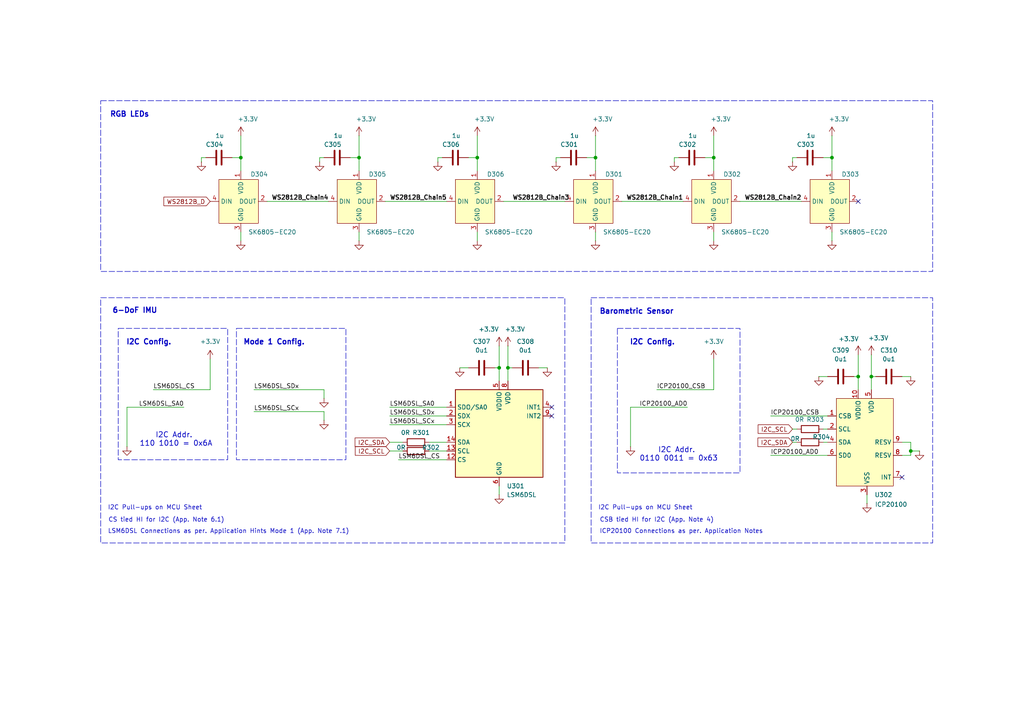
<source format=kicad_sch>
(kicad_sch (version 20231120) (generator "eeschema") (generator_version "8.0")
  (paper "A4")
  (title_block (title "BASM POCKETMUSEUM EDU V0") (date "2025-06-30"))
  (lib_symbols
    (symbol "Device:C" (pin_numbers hide) (pin_names (offset 0.254))
      (property "Reference" "C" (at 0.635 2.54 0))
      (property "Value" "C" (at 0.635 -2.54 0))
      (symbol "C_0_1"
        (polyline (pts (xy -2.032 -0.762) (xy 2.032 -0.762)) (stroke (width 0.508)))
        (polyline (pts (xy -2.032 0.762) (xy 2.032 0.762)) (stroke (width 0.508)))
      )
      (symbol "C_1_1"
        (pin passive line (at 0 3.81 270) (length 2.794) (name "~") (number "1"))
        (pin passive line (at 0 -3.81 90) (length 2.794) (name "~") (number "2"))
      )
    )
    (symbol "Device:R" (pin_numbers hide) (pin_names (offset 0))
      (property "Reference" "R" (at 2.032 0 90))
      (property "Value" "R" (at 0 0 90))
      (symbol "R_0_1"
        (rectangle (start -1.016 -2.54) (end 1.016 2.54) (stroke (width 0.254)))
      )
      (symbol "R_1_1"
        (pin passive line (at 0 3.81 270) (length 1.27) (name "~") (number "1"))
        (pin passive line (at 0 -3.81 90) (length 1.27) (name "~") (number "2"))
      )
    )
    (symbol "SK68xx:SK6805-EC20"
      (property "Reference" "U" (at 0 0 0))
      (symbol "SK6805-EC20_1_1"
        (rectangle (start -12.7 12.7) (end -1.27 0) (fill (type background)))
        (pin power_in line (at -6.35 15.24 270) (length 2.54) (name "VDD") (number "1"))
        (pin output line (at 1.27 6.35 180) (length 2.54) (name "DOUT") (number "2"))
        (pin power_in line (at -6.35 -2.54 90) (length 2.54) (name "GND") (number "3"))
        (pin input line (at -15.24 6.35 0) (length 2.54) (name "DIN") (number "4"))
      )
    )
    (symbol "Sensor_Motion:LSM6DSL"
      (property "Reference" "U" (at -11.43 15.24 0))
      (property "Value" "LSM6DSL" (at -11.43 12.7 0))
      (symbol "LSM6DSL_0_1"
        (rectangle (start -12.7 12.7) (end 12.7 -12.7) (stroke (width 0.254)) (fill (type background)))
      )
      (symbol "LSM6DSL_1_1"
        (pin bidirectional line (at -15.24 7.62 0) (length 2.54) (name "SDO/SA0") (number "1"))
        (pin no_connect line (at 12.7 -5.08 180) (length 3.81) hide (name "NC") (number "10"))
        (pin no_connect line (at 12.7 -2.54 180) (length 3.81) hide (name "NC") (number "11"))
        (pin input line (at -15.24 -7.62 0) (length 2.54) (name "CS") (number "12"))
        (pin input line (at -15.24 -5.08 0) (length 2.54) (name "SCL") (number "13"))
        (pin bidirectional line (at -15.24 -2.54 0) (length 2.54) (name "SDA") (number "14"))
        (pin bidirectional line (at -15.24 5.08 0) (length 2.54) (name "SDX") (number "2"))
        (pin input line (at -15.24 2.54 0) (length 2.54) (name "SCX") (number "3"))
        (pin output line (at 15.24 7.62 180) (length 2.54) (name "INT1") (number "4"))
        (pin power_in line (at 0 15.24 270) (length 2.54) (name "VDDIO") (number "5"))
        (pin power_in line (at 0 -15.24 90) (length 2.54) (name "GND") (number "6"))
        (pin passive line (at 0 -15.24 90) (length 2.54) hide (name "GND") (number "7"))
        (pin power_in line (at 2.54 15.24 270) (length 2.54) (name "VDD") (number "8"))
        (pin output line (at 15.24 5.08 180) (length 2.54) (name "INT2") (number "9"))
      )
    )
    (symbol "TDK:ICP-20100"
      (property "Reference" "U" (at 0 0 0))
      (symbol "ICP-20100_1_1"
        (rectangle (start -20.32 -2.54) (end -3.81 -27.94) (fill (type background)))
        (pin bidirectional line (at -22.86 -7.62 0) (length 2.54) (name "CSB") (number "1"))
        (pin power_in line (at -13.97 0 270) (length 2.54) (name "VDDIO") (number "10"))
        (pin bidirectional line (at -22.86 -11.43 0) (length 2.54) (name "SCL") (number "2"))
        (pin power_in line (at -11.43 -30.48 90) (length 2.54) (name "VSS") (number "3"))
        (pin bidirectional line (at -22.86 -15.24 0) (length 2.54) (name "SDA") (number "4"))
        (pin power_in line (at -10.16 0 270) (length 2.54) (name "VDD") (number "5"))
        (pin bidirectional line (at -22.86 -19.05 0) (length 2.54) (name "SD0") (number "6"))
        (pin output line (at -1.27 -25.4 180) (length 2.54) (name "INT") (number "7"))
        (pin power_in line (at -1.27 -19.05 180) (length 2.54) (name "RESV") (number "8"))
        (pin power_in line (at -1.27 -15.24 180) (length 2.54) (name "RESV") (number "9"))
      )
    )
    (symbol "power:+3.3V" (power) (pin_numbers hide) (pin_names (offset 0) hide)
      (property "Value" "+3.3V" (at 0 3.556 0))
      (symbol "+3.3V_0_1"
        (polyline (pts (xy -0.762 1.27) (xy 0 2.54)))
        (polyline (pts (xy 0 0) (xy 0 2.54)))
        (polyline (pts (xy 0 2.54) (xy 0.762 1.27)))
      )
      (symbol "+3.3V_1_1"
        (pin power_in line (at 0 0 90) (length 0) (name "~") (number "1"))
      )
    )
    (symbol "power:GND" (power) (pin_numbers hide) (pin_names (offset 0) hide)
      (property "Value" "GND" (at 0 -3.81 0))
      (symbol "GND_0_1"
        (polyline (pts (xy 0 0) (xy 0 -1.27) (xy 1.27 -1.27) (xy 0 -2.54) (xy -1.27 -1.27) (xy 0 -1.27)))
      )
      (symbol "GND_1_1"
        (pin power_in line (at 0 0 270) (length 0) (name "~") (number "1"))
      )
    )
  )
  (junction (at 241.3 45.72))
  (junction (at 69.85 45.72))
  (junction (at 147.32 106.68))
  (junction (at 207.01 45.72))
  (junction (at 172.72 45.72))
  (junction (at 252.73 109.22))
  (junction (at 104.14 45.72))
  (junction (at 248.92 109.22))
  (junction (at 144.78 106.68))
  (junction (at 138.43 45.72))
  (junction (at 264.16 130.81))
  (no_connect (at 248.92 58.42))
  (no_connect (at 160.02 120.65))
  (no_connect (at 160.02 118.11))
  (no_connect (at 261.62 138.43))
  (wire (pts (xy 60.96 113.03) (xy 60.96 104.14)))
  (wire (pts (xy 214.63 58.42) (xy 232.41 58.42)))
  (wire (pts (xy 207.01 45.72) (xy 207.01 39.37)))
  (wire (pts (xy 223.52 120.65) (xy 240.03 120.65)))
  (wire (pts (xy 264.16 128.27) (xy 261.62 128.27)))
  (wire (pts (xy 127 45.72) (xy 127 46.99)))
  (wire (pts (xy 59.69 45.72) (xy 58.42 45.72)))
  (wire (pts (xy 252.73 109.22) (xy 252.73 113.03)))
  (wire (pts (xy 264.16 130.81) (xy 266.7 130.81)))
  (wire (pts (xy 147.32 106.68) (xy 147.32 110.49)))
  (wire (pts (xy 252.73 102.87) (xy 252.73 109.22)))
  (wire (pts (xy 135.89 45.72) (xy 138.43 45.72)))
  (wire (pts (xy 161.29 45.72) (xy 161.29 46.99)))
  (wire (pts (xy 229.87 124.46) (xy 231.14 124.46)))
  (wire (pts (xy 138.43 45.72) (xy 138.43 39.37)))
  (wire (pts (xy 138.43 45.72) (xy 138.43 49.53)))
  (wire (pts (xy 247.65 109.22) (xy 248.92 109.22)))
  (wire (pts (xy 104.14 67.31) (xy 104.14 69.85)))
  (wire (pts (xy 73.66 119.38) (xy 93.98 119.38)))
  (wire (pts (xy 147.32 106.68) (xy 148.59 106.68)))
  (wire (pts (xy 69.85 67.31) (xy 69.85 69.85)))
  (wire (pts (xy 115.57 133.35) (xy 129.54 133.35)))
  (wire (pts (xy 162.56 45.72) (xy 161.29 45.72)))
  (wire (pts (xy 111.76 58.42) (xy 129.54 58.42)))
  (wire (pts (xy 73.66 113.03) (xy 93.98 113.03)))
  (wire (pts (xy 241.3 45.72) (xy 241.3 49.53)))
  (wire (pts (xy 261.62 132.08) (xy 264.16 132.08)))
  (wire (pts (xy 241.3 67.31) (xy 241.3 69.85)))
  (wire (pts (xy 138.43 67.31) (xy 138.43 69.85)))
  (wire (pts (xy 238.76 45.72) (xy 241.3 45.72)))
  (wire (pts (xy 261.62 109.22) (xy 264.16 109.22)))
  (wire (pts (xy 58.42 45.72) (xy 58.42 46.99)))
  (wire (pts (xy 264.16 130.81) (xy 264.16 128.27)))
  (wire (pts (xy 69.85 45.72) (xy 69.85 39.37)))
  (wire (pts (xy 172.72 45.72) (xy 172.72 39.37)))
  (wire (pts (xy 36.83 118.11) (xy 53.34 118.11)))
  (wire (pts (xy 248.92 102.87) (xy 248.92 109.22)))
  (wire (pts (xy 128.27 45.72) (xy 127 45.72)))
  (wire (pts (xy 172.72 67.31) (xy 172.72 69.85)))
  (wire (pts (xy 207.01 45.72) (xy 207.01 49.53)))
  (wire (pts (xy 113.03 130.81) (xy 116.84 130.81)))
  (wire (pts (xy 124.46 130.81) (xy 129.54 130.81)))
  (wire (pts (xy 77.47 58.42) (xy 95.25 58.42)))
  (wire (pts (xy 182.88 118.11) (xy 199.39 118.11)))
  (wire (pts (xy 144.78 106.68) (xy 144.78 110.49)))
  (wire (pts (xy 147.32 100.33) (xy 147.32 106.68)))
  (wire (pts (xy 93.98 115.57) (xy 93.98 113.03)))
  (wire (pts (xy 223.52 132.08) (xy 240.03 132.08)))
  (wire (pts (xy 237.49 109.22) (xy 240.03 109.22)))
  (wire (pts (xy 93.98 45.72) (xy 92.71 45.72)))
  (wire (pts (xy 124.46 128.27) (xy 129.54 128.27)))
  (wire (pts (xy 67.31 45.72) (xy 69.85 45.72)))
  (wire (pts (xy 92.71 45.72) (xy 92.71 46.99)))
  (wire (pts (xy 229.87 45.72) (xy 229.87 46.99)))
  (wire (pts (xy 182.88 118.11) (xy 182.88 129.54)))
  (wire (pts (xy 248.92 109.22) (xy 248.92 113.03)))
  (wire (pts (xy 207.01 67.31) (xy 207.01 69.85)))
  (wire (pts (xy 238.76 124.46) (xy 240.03 124.46)))
  (wire (pts (xy 101.6 45.72) (xy 104.14 45.72)))
  (wire (pts (xy 195.58 45.72) (xy 195.58 46.99)))
  (wire (pts (xy 113.03 123.19) (xy 129.54 123.19)))
  (wire (pts (xy 238.76 128.27) (xy 240.03 128.27)))
  (wire (pts (xy 251.46 146.05) (xy 251.46 143.51)))
  (wire (pts (xy 93.98 121.92) (xy 93.98 119.38)))
  (wire (pts (xy 180.34 58.42) (xy 198.12 58.42)))
  (wire (pts (xy 231.14 45.72) (xy 229.87 45.72)))
  (wire (pts (xy 113.03 128.27) (xy 116.84 128.27)))
  (wire (pts (xy 252.73 109.22) (xy 254 109.22)))
  (wire (pts (xy 156.21 106.68) (xy 158.75 106.68)))
  (wire (pts (xy 104.14 45.72) (xy 104.14 39.37)))
  (wire (pts (xy 133.35 106.68) (xy 135.89 106.68)))
  (wire (pts (xy 69.85 45.72) (xy 69.85 49.53)))
  (wire (pts (xy 196.85 45.72) (xy 195.58 45.72)))
  (wire (pts (xy 204.47 45.72) (xy 207.01 45.72)))
  (wire (pts (xy 146.05 58.42) (xy 163.83 58.42)))
  (wire (pts (xy 144.78 100.33) (xy 144.78 106.68)))
  (wire (pts (xy 144.78 140.97) (xy 144.78 143.51)))
  (wire (pts (xy 36.83 118.11) (xy 36.83 129.54)))
  (wire (pts (xy 172.72 45.72) (xy 172.72 49.53)))
  (wire (pts (xy 229.87 128.27) (xy 231.14 128.27)))
  (wire (pts (xy 60.96 113.03) (xy 44.45 113.03)))
  (wire (pts (xy 264.16 132.08) (xy 264.16 130.81)))
  (wire (pts (xy 104.14 45.72) (xy 104.14 49.53)))
  (wire (pts (xy 113.03 120.65) (xy 129.54 120.65)))
  (wire (pts (xy 241.3 45.72) (xy 241.3 39.37)))
  (wire (pts (xy 113.03 118.11) (xy 129.54 118.11)))
  (wire (pts (xy 207.01 113.03) (xy 207.01 104.14)))
  (wire (pts (xy 207.01 113.03) (xy 190.5 113.03)))
  (wire (pts (xy 143.51 106.68) (xy 144.78 106.68)))
  (wire (pts (xy 170.18 45.72) (xy 172.72 45.72)))
  (rectangle (start 34.29 95.25) (end 66.04 133.35) (stroke (width 0) (type dash)))
  (rectangle (start 68.58 95.25) (end 100.33 133.35) (stroke (width 0) (type dash)))
  (rectangle (start 179.07 95.25) (end 214.63 137.16) (stroke (width 0) (type dash)))
  (rectangle (start 29.21 86.36) (end 163.83 157.48) (stroke (width 0) (type dash)))
  (rectangle (start 29.21 29.21) (end 270.51 78.74) (stroke (width 0) (type dash)))
  (rectangle (start 171.45 86.36) (end 270.51 157.48) (stroke (width 0) (type dash)))
  (text "CS tied HI for I2C (App. Note 6.1)" (at 48.26 150.876 0) (effects (font (size 1.27 1.27))))
  (text "I2C Config." (at 43.18 99.314 0) (effects (font (size 1.524 1.524) (thickness 0.3048) (bold yes))))
  (text "I2C Addr. \n0110 0011 = 0x63" (at 196.85 131.826 0) (effects (font (size 1.524 1.524) (thickness 0.1905))))
  (text "CSB tied HI for I2C (App. Note 4)" (at 190.5 150.876 0) (effects (font (size 1.27 1.27))))
  (text "ICP20100 Connections as per. Application Notes" (at 197.612 154.178 0) (effects (font (size 1.27 1.27))))
  (text "Barometric Sensor" (at 184.658 90.424 0) (effects (font (size 1.524 1.524) (thickness 0.3048) (bold yes))))
  (text "I2C Pull-ups on MCU Sheet" (at 44.958 147.32 0) (effects (font (size 1.27 1.27))))
  (text "I2C Config." (at 189.23 99.314 0) (effects (font (size 1.524 1.524) (thickness 0.3048) (bold yes))))
  (text "Mode 1 Config." (at 79.502 99.314 0) (effects (font (size 1.524 1.524) (thickness 0.3048) (bold yes))))
  (text "RGB LEDs" (at 37.592 33.274 0) (effects (font (size 1.524 1.524) (thickness 0.3048) (bold yes))))
  (text "I2C Addr. \n110 1010 = 0x6A" (at 51.054 127.508 0) (effects (font (size 1.524 1.524) (thickness 0.1905))))
  (text "6-DoF IMU" (at 39.116 90.17 0) (effects (font (size 1.524 1.524) (thickness 0.3048) (bold yes))))
  (text "I2C Pull-ups on MCU Sheet" (at 187.198 147.32 0) (effects (font (size 1.27 1.27))))
  (text "LSM6DSL Connections as per. Application Hints Mode 1 (App. Note 7.1)" (at 66.294 154.178 0) (effects (font (size 1.27 1.27))))
  (label "ICP20100_CSB" (at 190.5 113.03 0))
  (label "LSM6DSL_CS" (at 115.57 133.35 0))
  (label "LSM6DSL_SCx" (at 73.66 119.38 0))
  (label "LSM6DSL_SDx" (at 73.66 113.03 0))
  (label "LSM6DSL_CS" (at 44.45 113.03 0))
  (label "ICP20100_CSB" (at 223.52 120.65 0))
  (label "WS2812B_Chain1" (at 181.61 58.42 0) (effects (font (thickness 0.254) (bold yes))))
  (label "LSM6DSL_SCx" (at 113.03 123.19 0))
  (label "WS2812B_Chain5" (at 113.03 58.42 0) (effects (font (thickness 0.254) (bold yes))))
  (label "LSM6DSL_SA0" (at 53.34 118.11 180))
  (label "LSM6DSL_SDx" (at 113.03 120.65 0))
  (label "LSM6DSL_SA0" (at 113.03 118.11 0))
  (label "ICP20100_AD0" (at 223.52 132.08 0))
  (label "WS2812B_Chain4" (at 78.74 58.42 0) (effects (font (thickness 0.254) (bold yes))))
  (label "WS2812B_Chain3" (at 148.59 58.42 0) (effects (font (thickness 0.254) (bold yes))))
  (label "ICP20100_AD0" (at 199.39 118.11 180))
  (label "WS2812B_Chain2" (at 215.9 58.42 0) (effects (font (thickness 0.254) (bold yes))))
  (global_label "I2C_SCL" (shape input) (at 113.03 130.81 180) (property "Intersheetrefs" "${INTERSHEET_REFS}" (effects (hide yes))))
  (global_label "I2C_SDA" (shape input) (at 229.87 128.27 180) (property "Intersheetrefs" "${INTERSHEET_REFS}" (effects (hide yes))))
  (global_label "WS2812B_D" (shape input) (at 60.96 58.42 180) (property "Intersheetrefs" "${INTERSHEET_REFS}" (effects (hide yes))))
  (global_label "I2C_SCL" (shape input) (at 229.87 124.46 180) (property "Intersheetrefs" "${INTERSHEET_REFS}" (effects (hide yes))))
  (global_label "I2C_SDA" (shape input) (at 113.03 128.27 180) (property "Intersheetrefs" "${INTERSHEET_REFS}" (effects (hide yes))))
  (symbol (lib_id "power:+3.3V") (at 144.78 100.33 0) (unit 1)
    (property "Reference" "#PWR053" (effects (hide yes)))
    (property "Value" "+3.3V" (at 141.732 95.504 0))
    (property "Description" "Power symbol creates a global label with name \"+3.3V\"" (effects (hide yes)))
  )
  (symbol (lib_id "Device:C") (at 63.5 45.72 90) (unit 1)
    (property "Reference" "C304" (at 64.77 41.91 90) (effects (justify left)))
    (property "Value" "1u" (at 65.024 39.37 90) (effects (justify left)))
    (property "Footprint" "Capacitor_SMD:C_0402_1005Metric" (effects (hide yes)))
    (property "Description" "Unpolarized capacitor" (effects (hide yes)))
    (property "JLCPCB Link" "https://jlcpcb.com/partdetail/15107-CL05A105KP5NNNC/C14445" (effects (hide yes)))
    (property "Manufacturer" "Samsung Electro-Mechanics " (effects (hide yes)))
    (property "Manufacturer P/N" "CL05A105KP5NNNC" (effects (hide yes)))
  )
  (symbol (lib_id "Device:R") (at 234.95 124.46 270) (unit 1)
    (property "Reference" "R303" (at 236.474 121.666 90))
    (property "Value" "0R" (at 231.902 121.666 90))
    (property "Footprint" "Resistor_SMD:R_0603_1608Metric" (effects (hide yes)))
    (property "Description" "Resistor" (effects (hide yes)))
    (property "JLCPCB Link" "https://jlcpcb.com/partdetail/16080-0603WAJ0000T5E/C15402" (effects (hide yes)))
    (property "Manufacturer" "UNI-ROYAL(Uniroyal Elec) " (effects (hide yes)))
    (property "Manufacturer P/N" "0603WAJ0000T5E" (effects (hide yes)))
  )
  (symbol (lib_id "power:GND") (at 93.98 115.57 0) (mirror y) (unit 1)
    (property "Reference" "#PWR045" (effects (hide yes)))
    (property "Value" "GND" (effects (hide yes)))
    (property "Description" "Power symbol creates a global label with name \"GND\" , ground" (effects (hide yes)))
  )
  (symbol (lib_id "SK68xx:SK6805-EC20") (at 247.65 64.77 0) (unit 1)
    (property "Reference" "D303" (at 246.634 50.546 0))
    (property "Value" "SK6805-EC20" (at 250.444 67.31 0))
    (property "Footprint" "SK_RGB:SK68xx-EC20" (effects (hide yes)))
    (property "Datasheet" "http://www.normandled.com/upload/201906/EC20-6812(SK6812-2020)%20LED%20Datasheet.pdf" (effects (hide yes)))
    (property "JLCPCB Link" "https://jlcpcb.com/partdetail/OpscoOptoelectronics-SK6805EC20/C2890036" (effects (hide yes)))
    (property "Manufacturer" "OPSCO Optoelectronics " (effects (hide yes)))
    (property "Manufacturer P/N" "SK6805-EC20" (effects (hide yes)))
  )
  (symbol (lib_id "Device:C") (at 243.84 109.22 270) (unit 1)
    (property "Reference" "C309" (at 243.84 101.6 90))
    (property "Value" "0u1" (at 243.84 104.14 90))
    (property "Footprint" "Capacitor_SMD:C_0402_1005Metric" (effects (hide yes)))
    (property "Description" "Unpolarized capacitor" (effects (hide yes)))
    (property "JLCPCB Link" "https://jlcpcb.com/partdetail/1877-CL05B104KO5NNNC/C1525" (effects (hide yes)))
    (property "Manufacturer" "Samsung Electro-Mechanics " (effects (hide yes)))
    (property "Manufacturer P/N" "CL05B104KO5NNNC" (effects (hide yes)))
  )
  (symbol (lib_id "power:+3.3V") (at 138.43 39.37 0) (unit 1)
    (property "Reference" "#PWR066" (effects (hide yes)))
    (property "Value" "+3.3V" (at 140.462 34.544 0))
    (property "Description" "Power symbol creates a global label with name \"+3.3V\"" (effects (hide yes)))
  )
  (symbol (lib_id "power:GND") (at 144.78 143.51 0) (unit 1)
    (property "Reference" "#PWR054" (effects (hide yes)))
    (property "Value" "GND" (effects (hide yes)))
    (property "Description" "Power symbol creates a global label with name \"GND\" , ground" (effects (hide yes)))
  )
  (symbol (lib_id "power:GND") (at 69.85 69.85 0) (unit 1)
    (property "Reference" "#PWR059" (effects (hide yes)))
    (property "Value" "GND" (effects (hide yes)))
    (property "Description" "Power symbol creates a global label with name \"GND\" , ground" (effects (hide yes)))
  )
  (symbol (lib_id "Sensor_Motion:LSM6DSL") (at 144.78 125.73 0) (unit 1)
    (property "Reference" "U301" (at 146.9741 140.97 0) (effects (justify left)))
    (property "Value" "LSM6DSL" (at 146.9741 143.51 0) (effects (justify left)))
    (property "Footprint" "Package_LGA:LGA-14_3x2.5mm_P0.5mm_LayoutBorder3x4y" (effects (hide yes)))
    (property "Datasheet" "https://www.google.com/url?sa=t&source=web&rct=j&opi=89978449&url=https://www.st.com/resource/en/datasheet/lsm6dsl.pdf&ved=2ahUKEwiUu6j1tP2MAxWb2AIHHcE7DHAQFnoECA0QAQ&usg=AOvVaw2r_2ybK2prF7He1HXx3VHU" (effects (hide yes)))
    (property "Description" "I2C/SPI, iNEMO inertial module: always-on 3D accelerometer and 3D gyroscope, 1.71V to 3.6V VCC" (effects (hide yes)))
    (property "JLCPCB Link" "https://jlcpcb.com/partdetail/Stmicroelectronics-LSM6DSLTR/C126672" (effects (hide yes)))
    (property "Manufacturer" "STMicroelectronics " (effects (hide yes)))
    (property "Manufacturer P/N" "LSM6DSLTR" (effects (hide yes)))
  )
  (symbol (lib_id "SK68xx:SK6805-EC20") (at 144.78 64.77 0) (unit 1)
    (property "Reference" "D306" (at 143.764 50.546 0))
    (property "Value" "SK6805-EC20" (at 147.574 67.31 0))
    (property "Footprint" "SK_RGB:SK68xx-EC20" (effects (hide yes)))
    (property "Datasheet" "http://www.normandled.com/upload/201906/EC20-6812(SK6812-2020)%20LED%20Datasheet.pdf" (effects (hide yes)))
    (property "JLCPCB Link" "https://jlcpcb.com/partdetail/OpscoOptoelectronics-SK6805EC20/C2890036" (effects (hide yes)))
    (property "Manufacturer" "OPSCO Optoelectronics " (effects (hide yes)))
    (property "Manufacturer P/N" "SK6805-EC20" (effects (hide yes)))
  )
  (symbol (lib_id "Device:R") (at 120.65 128.27 270) (unit 1)
    (property "Reference" "R301" (at 122.174 125.476 90))
    (property "Value" "0R" (at 117.602 125.476 90))
    (property "Footprint" "Resistor_SMD:R_0603_1608Metric" (effects (hide yes)))
    (property "Description" "Resistor" (effects (hide yes)))
    (property "JLCPCB Link" "https://jlcpcb.com/partdetail/16080-0603WAJ0000T5E/C15402" (effects (hide yes)))
    (property "Manufacturer" "UNI-ROYAL(Uniroyal Elec) " (effects (hide yes)))
    (property "Manufacturer P/N" "0603WAJ0000T5E" (effects (hide yes)))
  )
  (symbol (lib_id "power:+3.3V") (at 252.73 102.87 0) (unit 1)
    (property "Reference" "#PWR071" (effects (hide yes)))
    (property "Value" "+3.3V" (at 254.762 98.044 0))
    (property "Description" "Power symbol creates a global label with name \"+3.3V\"" (effects (hide yes)))
  )
  (symbol (lib_id "power:+3.3V") (at 69.85 39.37 0) (unit 1)
    (property "Reference" "#PWR058" (effects (hide yes)))
    (property "Value" "+3.3V" (at 71.882 34.544 0))
    (property "Description" "Power symbol creates a global label with name \"+3.3V\"" (effects (hide yes)))
  )
  (symbol (lib_id "SK68xx:SK6805-EC20") (at 76.2 64.77 0) (unit 1)
    (property "Reference" "D304" (at 75.184 50.546 0))
    (property "Value" "SK6805-EC20" (at 78.994 67.31 0))
    (property "Footprint" "SK_RGB:SK68xx-EC20" (effects (hide yes)))
    (property "Datasheet" "http://www.normandled.com/upload/201906/EC20-6812(SK6812-2020)%20LED%20Datasheet.pdf" (effects (hide yes)))
    (property "JLCPCB Link" "https://jlcpcb.com/partdetail/OpscoOptoelectronics-SK6805EC20/C2890036" (effects (hide yes)))
    (property "Manufacturer" "OPSCO Optoelectronics " (effects (hide yes)))
    (property "Manufacturer P/N" "SK6805-EC20" (effects (hide yes)))
  )
  (symbol (lib_id "power:GND") (at 264.16 109.22 0) (unit 1)
    (property "Reference" "#PWR072" (effects (hide yes)))
    (property "Value" "GND" (effects (hide yes)))
    (property "Description" "Power symbol creates a global label with name \"GND\" , ground" (effects (hide yes)))
  )
  (symbol (lib_id "Device:C") (at 234.95 45.72 90) (unit 1)
    (property "Reference" "C303" (at 236.22 41.91 90) (effects (justify left)))
    (property "Value" "1u" (at 236.474 39.37 90) (effects (justify left)))
    (property "Footprint" "Capacitor_SMD:C_0402_1005Metric" (effects (hide yes)))
    (property "Description" "Unpolarized capacitor" (effects (hide yes)))
    (property "JLCPCB Link" "https://jlcpcb.com/partdetail/15107-CL05A105KP5NNNC/C14445" (effects (hide yes)))
    (property "Manufacturer" "Samsung Electro-Mechanics " (effects (hide yes)))
    (property "Manufacturer P/N" "CL05A105KP5NNNC" (effects (hide yes)))
  )
  (symbol (lib_id "power:GND") (at 58.42 46.99 0) (unit 1)
    (property "Reference" "#PWR056" (effects (hide yes)))
    (property "Value" "GND" (effects (hide yes)))
    (property "Description" "Power symbol creates a global label with name \"GND\" , ground" (effects (hide yes)))
  )
  (symbol (lib_id "power:GND") (at 229.87 46.99 0) (unit 1)
    (property "Reference" "#PWR049" (effects (hide yes)))
    (property "Value" "GND" (effects (hide yes)))
    (property "Description" "Power symbol creates a global label with name \"GND\" , ground" (effects (hide yes)))
  )
  (symbol (lib_id "power:+3.3V") (at 172.72 39.37 0) (unit 1)
    (property "Reference" "#PWR041" (effects (hide yes)))
    (property "Value" "+3.3V" (at 174.752 34.544 0))
    (property "Description" "Power symbol creates a global label with name \"+3.3V\"" (effects (hide yes)))
  )
  (symbol (lib_id "power:GND") (at 127 46.99 0) (unit 1)
    (property "Reference" "#PWR065" (effects (hide yes)))
    (property "Value" "GND" (effects (hide yes)))
    (property "Description" "Power symbol creates a global label with name \"GND\" , ground" (effects (hide yes)))
  )
  (symbol (lib_id "power:GND") (at 93.98 121.92 0) (mirror y) (unit 1)
    (property "Reference" "#PWR046" (effects (hide yes)))
    (property "Value" "GND" (effects (hide yes)))
    (property "Description" "Power symbol creates a global label with name \"GND\" , ground" (effects (hide yes)))
  )
  (symbol (lib_id "TDK:ICP-20100") (at 262.89 113.03 0) (unit 1)
    (property "Reference" "U302" (at 253.6541 143.51 0) (effects (justify left)))
    (property "Value" "ICP20100" (at 253.746 146.304 0) (effects (justify left)))
    (property "Footprint" "Package_LGA:ST_HLGA-10_2x2mm_P0.5mm_LayoutBorder3x2y" (effects (hide yes)))
    (property "Datasheet" "https://invensense.tdk.com/download-pdf/icp-20100-datasheet/" (effects (hide yes)))
    (property "JLCPCB Link" "https://jlcpcb.com/partdetail/TdkInvensense-ICP20100/C5343527" (effects (hide yes)))
    (property "Manufacturer" "TDK InvenSense " (effects (hide yes)))
    (property "Manufacturer P/N" "ICP-20100" (effects (hide yes)))
  )
  (symbol (lib_id "SK68xx:SK6805-EC20") (at 213.36 64.77 0) (unit 1)
    (property "Reference" "D302" (at 212.344 50.546 0))
    (property "Value" "SK6805-EC20" (at 216.154 67.31 0))
    (property "Footprint" "SK_RGB:SK68xx-EC20" (effects (hide yes)))
    (property "Datasheet" "http://www.normandled.com/upload/201906/EC20-6812(SK6812-2020)%20LED%20Datasheet.pdf" (effects (hide yes)))
    (property "JLCPCB Link" "https://jlcpcb.com/partdetail/OpscoOptoelectronics-SK6805EC20/C2890036" (effects (hide yes)))
    (property "Manufacturer" "OPSCO Optoelectronics " (effects (hide yes)))
    (property "Manufacturer P/N" "SK6805-EC20" (effects (hide yes)))
  )
  (symbol (lib_id "power:+3.3V") (at 241.3 39.37 0) (unit 1)
    (property "Reference" "#PWR050" (effects (hide yes)))
    (property "Value" "+3.3V" (at 243.332 34.544 0))
    (property "Description" "Power symbol creates a global label with name \"+3.3V\"" (effects (hide yes)))
  )
  (symbol (lib_id "power:+3.3V") (at 248.92 102.87 0) (unit 1)
    (property "Reference" "#PWR069" (effects (hide yes)))
    (property "Value" "+3.3V" (at 246.126 98.298 0))
    (property "Description" "Power symbol creates a global label with name \"+3.3V\"" (effects (hide yes)))
  )
  (symbol (lib_id "power:GND") (at 104.14 69.85 0) (unit 1)
    (property "Reference" "#PWR063" (effects (hide yes)))
    (property "Value" "GND" (effects (hide yes)))
    (property "Description" "Power symbol creates a global label with name \"GND\" , ground" (effects (hide yes)))
  )
  (symbol (lib_id "Device:C") (at 132.08 45.72 90) (unit 1)
    (property "Reference" "C306" (at 133.35 41.91 90) (effects (justify left)))
    (property "Value" "1u" (at 133.604 39.37 90) (effects (justify left)))
    (property "Footprint" "Capacitor_SMD:C_0402_1005Metric" (effects (hide yes)))
    (property "Description" "Unpolarized capacitor" (effects (hide yes)))
    (property "JLCPCB Link" "https://jlcpcb.com/partdetail/15107-CL05A105KP5NNNC/C14445" (effects (hide yes)))
    (property "Manufacturer" "Samsung Electro-Mechanics " (effects (hide yes)))
    (property "Manufacturer P/N" "CL05A105KP5NNNC" (effects (hide yes)))
  )
  (symbol (lib_id "SK68xx:SK6805-EC20") (at 110.49 64.77 0) (unit 1)
    (property "Reference" "D305" (at 109.474 50.546 0))
    (property "Value" "SK6805-EC20" (at 113.284 67.31 0))
    (property "Footprint" "SK_RGB:SK68xx-EC20" (effects (hide yes)))
    (property "Datasheet" "http://www.normandled.com/upload/201906/EC20-6812(SK6812-2020)%20LED%20Datasheet.pdf" (effects (hide yes)))
    (property "JLCPCB Link" "https://jlcpcb.com/partdetail/OpscoOptoelectronics-SK6805EC20/C2890036" (effects (hide yes)))
    (property "Manufacturer" "OPSCO Optoelectronics " (effects (hide yes)))
    (property "Manufacturer P/N" "SK6805-EC20" (effects (hide yes)))
  )
  (symbol (lib_id "power:+3.3V") (at 207.01 104.14 0) (unit 1)
    (property "Reference" "#PWR064" (effects (hide yes)))
    (property "Value" "+3.3V" (at 207.01 99.06 0))
    (property "Description" "Power symbol creates a global label with name \"+3.3V\"" (effects (hide yes)))
  )
  (symbol (lib_id "power:GND") (at 161.29 46.99 0) (unit 1)
    (property "Reference" "#PWR040" (effects (hide yes)))
    (property "Value" "GND" (effects (hide yes)))
    (property "Description" "Power symbol creates a global label with name \"GND\" , ground" (effects (hide yes)))
  )
  (symbol (lib_id "Device:C") (at 200.66 45.72 90) (unit 1)
    (property "Reference" "C302" (at 201.93 41.91 90) (effects (justify left)))
    (property "Value" "1u" (at 202.184 39.37 90) (effects (justify left)))
    (property "Footprint" "Capacitor_SMD:C_0402_1005Metric" (effects (hide yes)))
    (property "Description" "Unpolarized capacitor" (effects (hide yes)))
    (property "JLCPCB Link" "https://jlcpcb.com/partdetail/15107-CL05A105KP5NNNC/C14445" (effects (hide yes)))
    (property "Manufacturer" "Samsung Electro-Mechanics " (effects (hide yes)))
    (property "Manufacturer P/N" "CL05A105KP5NNNC" (effects (hide yes)))
  )
  (symbol (lib_id "Device:R") (at 120.65 130.81 270) (unit 1)
    (property "Reference" "R302" (at 124.968 129.794 90))
    (property "Value" "0R" (at 116.332 129.794 90))
    (property "Footprint" "Resistor_SMD:R_0603_1608Metric" (effects (hide yes)))
    (property "Description" "Resistor" (effects (hide yes)))
    (property "JLCPCB Link" "https://jlcpcb.com/partdetail/16080-0603WAJ0000T5E/C15402" (effects (hide yes)))
    (property "Manufacturer" "UNI-ROYAL(Uniroyal Elec) " (effects (hide yes)))
    (property "Manufacturer P/N" "0603WAJ0000T5E" (effects (hide yes)))
  )
  (symbol (lib_id "SK68xx:SK6805-EC20") (at 179.07 64.77 0) (unit 1)
    (property "Reference" "D301" (at 178.054 50.546 0))
    (property "Value" "SK6805-EC20" (at 181.864 67.31 0))
    (property "Footprint" "SK_RGB:SK68xx-EC20" (effects (hide yes)))
    (property "Datasheet" "http://www.normandled.com/upload/201906/EC20-6812(SK6812-2020)%20LED%20Datasheet.pdf" (effects (hide yes)))
    (property "JLCPCB Link" "https://jlcpcb.com/partdetail/OpscoOptoelectronics-SK6805EC20/C2890036" (effects (hide yes)))
    (property "Manufacturer" "OPSCO Optoelectronics " (effects (hide yes)))
    (property "Manufacturer P/N" "SK6805-EC20" (effects (hide yes)))
  )
  (symbol (lib_id "power:GND") (at 158.75 106.68 0) (unit 1)
    (property "Reference" "#PWR057" (effects (hide yes)))
    (property "Value" "GND" (effects (hide yes)))
    (property "Description" "Power symbol creates a global label with name \"GND\" , ground" (effects (hide yes)))
  )
  (symbol (lib_id "Device:R") (at 234.95 128.27 270) (unit 1)
    (property "Reference" "R304" (at 238.252 126.746 90))
    (property "Value" "0R" (at 230.632 127.254 90))
    (property "Footprint" "Resistor_SMD:R_0603_1608Metric" (effects (hide yes)))
    (property "Description" "Resistor" (effects (hide yes)))
    (property "JLCPCB Link" "https://jlcpcb.com/partdetail/16080-0603WAJ0000T5E/C15402" (effects (hide yes)))
    (property "Manufacturer" "UNI-ROYAL(Uniroyal Elec) " (effects (hide yes)))
    (property "Manufacturer P/N" "0603WAJ0000T5E" (effects (hide yes)))
  )
  (symbol (lib_id "Device:C") (at 152.4 106.68 270) (unit 1)
    (property "Reference" "C308" (at 152.4 99.06 90))
    (property "Value" "0u1" (at 152.4 101.6 90))
    (property "Footprint" "Capacitor_SMD:C_0402_1005Metric" (effects (hide yes)))
    (property "Description" "Unpolarized capacitor" (effects (hide yes)))
    (property "JLCPCB Link" "https://jlcpcb.com/partdetail/1877-CL05B104KO5NNNC/C1525" (effects (hide yes)))
    (property "Manufacturer" "Samsung Electro-Mechanics " (effects (hide yes)))
    (property "Manufacturer P/N" "CL05B104KO5NNNC" (effects (hide yes)))
  )
  (symbol (lib_id "power:GND") (at 172.72 69.85 0) (unit 1)
    (property "Reference" "#PWR042" (effects (hide yes)))
    (property "Value" "GND" (effects (hide yes)))
    (property "Description" "Power symbol creates a global label with name \"GND\" , ground" (effects (hide yes)))
  )
  (symbol (lib_id "power:GND") (at 251.46 146.05 0) (unit 1)
    (property "Reference" "#PWR070" (effects (hide yes)))
    (property "Value" "GND" (effects (hide yes)))
    (property "Description" "Power symbol creates a global label with name \"GND\" , ground" (effects (hide yes)))
  )
  (symbol (lib_id "Device:C") (at 97.79 45.72 90) (unit 1)
    (property "Reference" "C305" (at 99.06 41.91 90) (effects (justify left)))
    (property "Value" "1u" (at 99.314 39.37 90) (effects (justify left)))
    (property "Footprint" "Capacitor_SMD:C_0402_1005Metric" (effects (hide yes)))
    (property "Description" "Unpolarized capacitor" (effects (hide yes)))
    (property "JLCPCB Link" "https://jlcpcb.com/partdetail/15107-CL05A105KP5NNNC/C14445" (effects (hide yes)))
    (property "Manufacturer" "Samsung Electro-Mechanics " (effects (hide yes)))
    (property "Manufacturer P/N" "CL05A105KP5NNNC" (effects (hide yes)))
  )
  (symbol (lib_id "power:GND") (at 237.49 109.22 0) (unit 1)
    (property "Reference" "#PWR068" (effects (hide yes)))
    (property "Value" "GND" (effects (hide yes)))
    (property "Description" "Power symbol creates a global label with name \"GND\" , ground" (effects (hide yes)))
  )
  (symbol (lib_id "power:+3.3V") (at 60.96 104.14 0) (unit 1)
    (property "Reference" "#PWR043" (effects (hide yes)))
    (property "Value" "+3.3V" (at 60.96 99.06 0))
    (property "Description" "Power symbol creates a global label with name \"+3.3V\"" (effects (hide yes)))
  )
  (symbol (lib_id "power:+3.3V") (at 104.14 39.37 0) (unit 1)
    (property "Reference" "#PWR062" (effects (hide yes)))
    (property "Value" "+3.3V" (at 106.172 34.544 0))
    (property "Description" "Power symbol creates a global label with name \"+3.3V\"" (effects (hide yes)))
  )
  (symbol (lib_id "Device:C") (at 257.81 109.22 270) (unit 1)
    (property "Reference" "C310" (at 257.81 101.6 90))
    (property "Value" "0u1" (at 257.81 104.14 90))
    (property "Footprint" "Capacitor_SMD:C_0402_1005Metric" (effects (hide yes)))
    (property "Description" "Unpolarized capacitor" (effects (hide yes)))
    (property "JLCPCB Link" "https://jlcpcb.com/partdetail/1877-CL05B104KO5NNNC/C1525" (effects (hide yes)))
    (property "Manufacturer" "Samsung Electro-Mechanics " (effects (hide yes)))
    (property "Manufacturer P/N" "CL05B104KO5NNNC" (effects (hide yes)))
  )
  (symbol (lib_id "power:GND") (at 266.7 130.81 0) (unit 1)
    (property "Reference" "#PWR073" (effects (hide yes)))
    (property "Value" "GND" (effects (hide yes)))
    (property "Description" "Power symbol creates a global label with name \"GND\" , ground" (effects (hide yes)))
  )
  (symbol (lib_id "power:GND") (at 138.43 69.85 0) (unit 1)
    (property "Reference" "#PWR067" (effects (hide yes)))
    (property "Value" "GND" (effects (hide yes)))
    (property "Description" "Power symbol creates a global label with name \"GND\" , ground" (effects (hide yes)))
  )
  (symbol (lib_id "power:GND") (at 207.01 69.85 0) (unit 1)
    (property "Reference" "#PWR048" (effects (hide yes)))
    (property "Value" "GND" (effects (hide yes)))
    (property "Description" "Power symbol creates a global label with name \"GND\" , ground" (effects (hide yes)))
  )
  (symbol (lib_id "Device:C") (at 139.7 106.68 270) (unit 1)
    (property "Reference" "C307" (at 139.7 99.06 90))
    (property "Value" "0u1" (at 139.7 101.6 90))
    (property "Footprint" "Capacitor_SMD:C_0402_1005Metric" (effects (hide yes)))
    (property "Description" "Unpolarized capacitor" (effects (hide yes)))
    (property "JLCPCB Link" "https://jlcpcb.com/partdetail/1877-CL05B104KO5NNNC/C1525" (effects (hide yes)))
    (property "Manufacturer" "Samsung Electro-Mechanics " (effects (hide yes)))
    (property "Manufacturer P/N" "CL05B104KO5NNNC" (effects (hide yes)))
  )
  (symbol (lib_id "power:GND") (at 36.83 129.54 0) (mirror y) (unit 1)
    (property "Reference" "#PWR039" (effects (hide yes)))
    (property "Value" "GND" (effects (hide yes)))
    (property "Description" "Power symbol creates a global label with name \"GND\" , ground" (effects (hide yes)))
  )
  (symbol (lib_id "power:GND") (at 195.58 46.99 0) (unit 1)
    (property "Reference" "#PWR044" (effects (hide yes)))
    (property "Value" "GND" (effects (hide yes)))
    (property "Description" "Power symbol creates a global label with name \"GND\" , ground" (effects (hide yes)))
  )
  (symbol (lib_id "power:GND") (at 133.35 106.68 0) (unit 1)
    (property "Reference" "#PWR052" (effects (hide yes)))
    (property "Value" "GND" (effects (hide yes)))
    (property "Description" "Power symbol creates a global label with name \"GND\" , ground" (effects (hide yes)))
  )
  (symbol (lib_id "power:GND") (at 241.3 69.85 0) (unit 1)
    (property "Reference" "#PWR051" (effects (hide yes)))
    (property "Value" "GND" (effects (hide yes)))
    (property "Description" "Power symbol creates a global label with name \"GND\" , ground" (effects (hide yes)))
  )
  (symbol (lib_id "power:+3.3V") (at 147.32 100.33 0) (unit 1)
    (property "Reference" "#PWR055" (effects (hide yes)))
    (property "Value" "+3.3V" (at 149.352 95.504 0))
    (property "Description" "Power symbol creates a global label with name \"+3.3V\"" (effects (hide yes)))
  )
  (symbol (lib_id "power:GND") (at 182.88 129.54 0) (mirror y) (unit 1)
    (property "Reference" "#PWR060" (effects (hide yes)))
    (property "Value" "GND" (effects (hide yes)))
    (property "Description" "Power symbol creates a global label with name \"GND\" , ground" (effects (hide yes)))
  )
  (symbol (lib_id "power:+3.3V") (at 207.01 39.37 0) (unit 1)
    (property "Reference" "#PWR047" (effects (hide yes)))
    (property "Value" "+3.3V" (at 209.042 34.544 0))
    (property "Description" "Power symbol creates a global label with name \"+3.3V\"" (effects (hide yes)))
  )
  (symbol (lib_id "power:GND") (at 92.71 46.99 0) (unit 1)
    (property "Reference" "#PWR061" (effects (hide yes)))
    (property "Value" "GND" (effects (hide yes)))
    (property "Description" "Power symbol creates a global label with name \"GND\" , ground" (effects (hide yes)))
  )
  (symbol (lib_id "Device:C") (at 166.37 45.72 90) (unit 1)
    (property "Reference" "C301" (at 167.64 41.91 90) (effects (justify left)))
    (property "Value" "1u" (at 167.894 39.37 90) (effects (justify left)))
    (property "Footprint" "Capacitor_SMD:C_0402_1005Metric" (effects (hide yes)))
    (property "Description" "Unpolarized capacitor" (effects (hide yes)))
    (property "JLCPCB Link" "https://jlcpcb.com/partdetail/15107-CL05A105KP5NNNC/C14445" (effects (hide yes)))
    (property "Manufacturer" "Samsung Electro-Mechanics " (effects (hide yes)))
    (property "Manufacturer P/N" "CL05A105KP5NNNC" (effects (hide yes)))
  )
)
</source>
